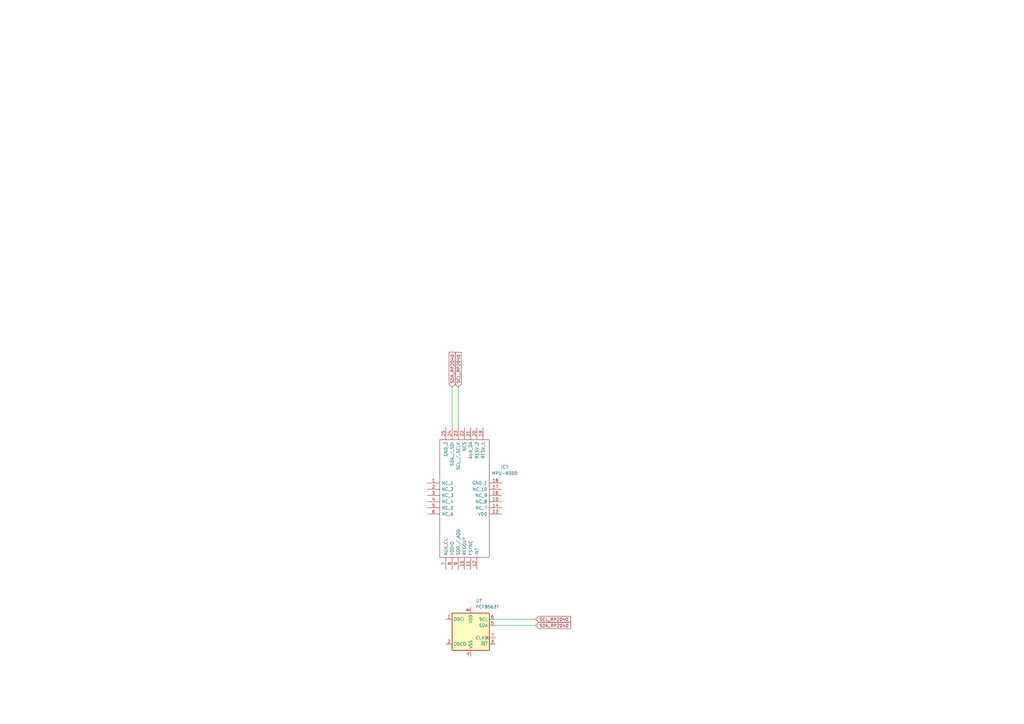
<source format=kicad_sch>
(kicad_sch (version 20211123) (generator eeschema)
  (paper "A3")
  (title_block (company "smartEQ Bilisim"))
  (lib_symbols
    (symbol "MPU6500:MPU-6500" (pin_names (offset 0.762))
      (property "Reference" "IC" (at 26.67 22.86 0))
      (property "Value" "MPU-6500" (at 26.67 20.32 0))
      (symbol "MPU-6500_0_0"
        (pin passive line (at 0 0 0) (length 5.08) (name "NC_1") (number "1"))
        (pin passive line (at 15.24 -35.56 90) (length 5.08) (name "REGOUT") (number "10"))
        (pin passive line (at 17.78 -35.56 90) (length 5.08) (name "FSYNC") (number "11"))
        (pin passive line (at 20.32 -35.56 90) (length 5.08) (name "INT") (number "12"))
        (pin passive line (at 30.48 -12.7 180) (length 5.08) (name "VDD") (number "13"))
        (pin passive line (at 30.48 -10.16 180) (length 5.08) (name "NC_7") (number "14"))
        (pin passive line (at 30.48 -7.62 180) (length 5.08) (name "NC_8") (number "15"))
        (pin passive line (at 30.48 -5.08 180) (length 5.08) (name "NC_9") (number "16"))
        (pin passive line (at 30.48 -2.54 180) (length 5.08) (name "NC_10") (number "17"))
        (pin passive line (at 30.48 0 180) (length 5.08) (name "GND_1") (number "18"))
        (pin passive line (at 22.86 22.86 270) (length 5.08) (name "RESV_1") (number "19"))
        (pin passive line (at 0 -2.54 0) (length 5.08) (name "NC_2") (number "2"))
        (pin passive line (at 20.32 22.86 270) (length 5.08) (name "RESV_2") (number "20"))
        (pin passive line (at 17.78 22.86 270) (length 5.08) (name "AUX_DA") (number "21"))
        (pin passive line (at 15.24 22.86 270) (length 5.08) (name "NCS") (number "22"))
        (pin passive line (at 12.7 22.86 270) (length 5.08) (name "SCL_/_SCLK") (number "23"))
        (pin passive line (at 10.16 22.86 270) (length 5.08) (name "SDA_/_SDI") (number "24"))
        (pin passive line (at 7.62 22.86 270) (length 5.08) (name "GND_2") (number "25"))
        (pin passive line (at 0 -5.08 0) (length 5.08) (name "NC_3") (number "3"))
        (pin passive line (at 0 -7.62 0) (length 5.08) (name "NC_4") (number "4"))
        (pin passive line (at 0 -10.16 0) (length 5.08) (name "NC_5") (number "5"))
        (pin passive line (at 0 -12.7 0) (length 5.08) (name "NC_6") (number "6"))
        (pin passive line (at 7.62 -35.56 90) (length 5.08) (name "AUX_CL") (number "7"))
        (pin passive line (at 10.16 -35.56 90) (length 5.08) (name "VDDIO") (number "8"))
        (pin passive line (at 12.7 -35.56 90) (length 5.08) (name "SDO_/_AD0") (number "9"))
      )
      (symbol "MPU-6500_0_1"
        (polyline (pts (xy 5.08 17.78) (xy 25.4 17.78) (xy 25.4 -30.48) (xy 5.08 -30.48) (xy 5.08 17.78)) (stroke (width 0.1524)))
      )
    )
    (symbol "Timer_RTC:PCF8563T"
      (property "Reference" "U" (at -7.62 8.89 0))
      (property "Value" "PCF8563T" (at 2.54 8.89 0))
      (symbol "PCF8563T_0_1"
        (rectangle (start -7.62 7.62) (end 7.62 -7.62) (stroke (width 0.254)) (fill (type background)))
      )
      (symbol "PCF8563T_1_1"
        (pin input line (at -10.16 5.08 0) (length 2.54) (name "OSCI") (number "1"))
        (pin output line (at -10.16 -5.08 0) (length 2.54) (name "OSCO") (number "2"))
        (pin output line (at 10.16 -5.08 180) (length 2.54) (name "~{INT}") (number "3"))
        (pin power_in line (at 0 -10.16 90) (length 2.54) (name "VSS") (number "4"))
        (pin bidirectional line (at 10.16 2.54 180) (length 2.54) (name "SDA") (number "5"))
        (pin input line (at 10.16 5.08 180) (length 2.54) (name "SCL") (number "6"))
        (pin output clock (at 10.16 -2.54 180) (length 2.54) (name "CLKO") (number "7"))
        (pin power_in line (at 0 10.16 270) (length 2.54) (name "VDD") (number "8"))
      )
    )
  )
  (wire (pts (xy 219.71 254) (xy 203.2 254)))
  (wire (pts (xy 219.71 256.54) (xy 203.2 256.54)))
  (wire (pts (xy 187.96 158.75) (xy 187.96 175.26)))
  (wire (pts (xy 185.42 158.75) (xy 185.42 175.26)))
  (global_label "SDA_RP2040" (shape input) (at 219.71 256.54 0) (property "Intersheet References" "${INTERSHEET_REFS}" (effects hide)))
  (global_label "SCL_RP2040" (shape input) (at 187.96 158.75 90) (property "Intersheet References" "${INTERSHEET_REFS}" (effects hide)))
  (global_label "SDA_RP2040" (shape input) (at 185.42 158.75 90) (property "Intersheet References" "${INTERSHEET_REFS}" (effects hide)))
  (global_label "SCL_RP2040" (shape input) (at 219.71 254 0) (property "Intersheet References" "${INTERSHEET_REFS}" (effects hide)))
  (symbol (lib_id "Timer_RTC:PCF8563T") (at 193.04 259.08 0) (unit 1)
    (property "Reference" "U?" (at 195.0594 246.38 0) (effects (justify left)))
    (property "Value" "PCF8563T" (at 195.0594 248.92 0) (effects (justify left)))
    (property "Footprint" "Package_SO:SOIC-8_3.9x4.9mm_P1.27mm" (effects hide))
    (property "Datasheet" "https://assets.nexperia.com/documents/data-sheet/PCF8563.pdf" (effects hide))
  )
  (symbol (lib_id "MPU6500:MPU-6500") (at 175.26 198.12 0) (unit 1)
    (property "Reference" "IC?" (at 207.01 191.5412 0))
    (property "Value" "MPU-6500" (at 207.01 194.0812 0))
    (property "Footprint" "QFN40P300X300X95-25N-D" (effects hide))
    (property "Datasheet" "https://product.tdk.com/system/files/dam/doc/product/sensor/mortion-inertial/imu/data_sheet/mpu-6500-datasheet2.pdf" (effects hide))
    (property "Description" "IMUs - Inertial Measurement Units 6-Axis MEMS MotionTracking  Device with DMP" (effects hide))
    (property "Height" "0.95" (effects hide))
    (property "Manufacturer_Name" "TDK" (effects hide))
    (property "Manufacturer_Part_Number" "MPU-6500" (effects hide))
    (property "Mouser Part Number" "410-MPU-6500" (effects hide))
    (property "Mouser Price/Stock" "https://www.mouser.co.uk/ProductDetail/TDK-InvenSense/MPU-6500?qs=u4fy%2FsgLU9PiIOIlWOSPhQ%3D%3D" (effects hide))
    (property "Arrow Part Number" "MPU-6500" (effects hide))
    (property "Arrow Price/Stock" "https://www.arrow.com/en/products/mpu-6500/invensense?region=nac" (effects hide))
  )
)
</source>
